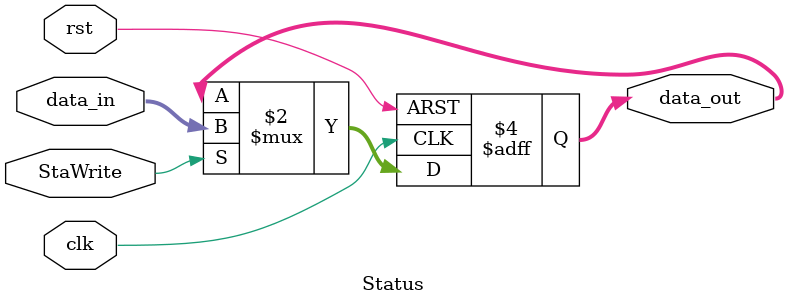
<source format=v>
module Status(data_in, data_out, rst, clk, StaWrite);
  
  /*
  *[31:8] Unused
  *[7:4] S
  *[3:0] INTR Mask
  */
  
  input [31:0] data_in;
  input rst;
  input clk;
  input StaWrite;
  output reg [31:0] data_out;
  
  always @ (posedge clk or posedge rst)
  begin
    if (rst)
      data_out <= 32'h0000_000f; //Enable
    else
      begin
        if(StaWrite)
          data_out <= data_in;
      end
  end
  
endmodule

</source>
